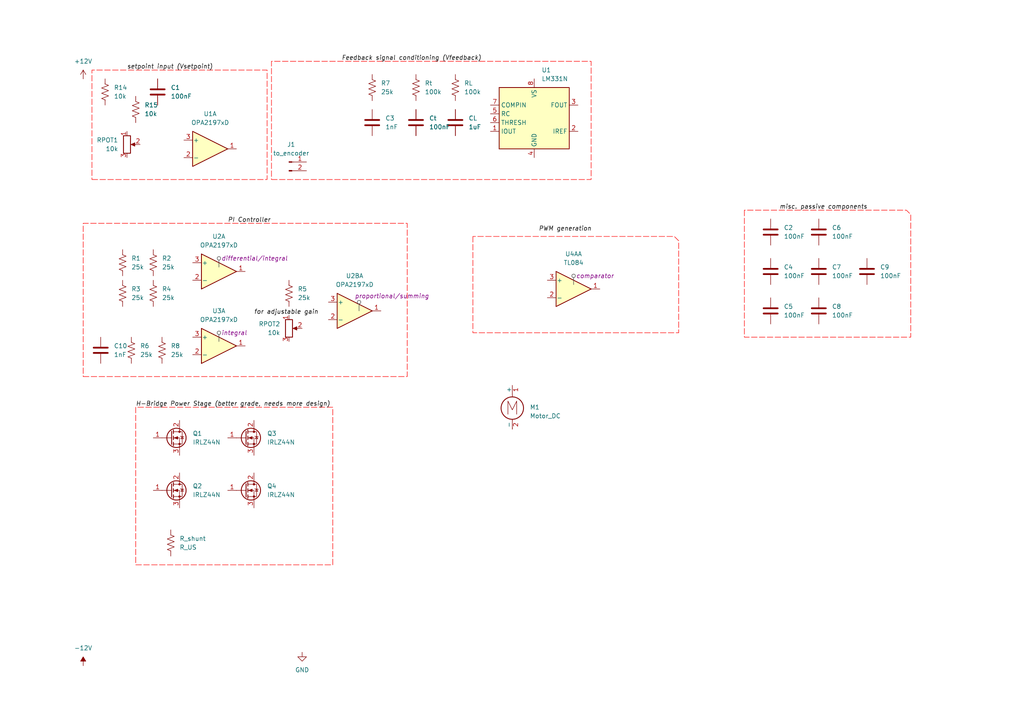
<source format=kicad_sch>
(kicad_sch (version 20250114) (generator "eeschema") (generator_version "9.0")
  (paper "A4")
  (title_block (title "Analog Cruise Control System for DC Motor Applications") (date "2025-09-09") (rev "1.0") (company "Derek Stoddard, Swaroop Handral") (comment 2 "Components placed by functional block, not to be built"))
  (lib_symbols
    (symbol "74xx:74HC86" (pin_names (offset 1.016))
      (property "Reference" "U" (at 0 1.27 0))
      (property "Value" "74HC86" (at 0 -1.27 0))
      (symbol "74HC86_1_0"
        (pin input line (at -7.62 2.54 0) (length 4.445) (name "~") (number "1"))
        (pin input line (at -7.62 -2.54 0) (length 4.445) (name "~") (number "2"))
        (pin output line (at 7.62 0 180) (length 3.81) (name "~") (number "3"))
      )
      (symbol "74HC86_2_0"
        (pin input line (at -7.62 2.54 0) (length 4.445) (name "~") (number "4"))
        (pin input line (at -7.62 -2.54 0) (length 4.445) (name "~") (number "5"))
        (pin output line (at 7.62 0 180) (length 3.81) (name "~") (number "6"))
      )
      (symbol "74HC86_3_0"
        (pin input line (at -7.62 2.54 0) (length 4.445) (name "~") (number "9"))
        (pin input line (at -7.62 -2.54 0) (length 4.445) (name "~") (number "10"))
        (pin output line (at 7.62 0 180) (length 3.81) (name "~") (number "8"))
      )
      (symbol "74HC86_4_0"
        (pin input line (at -7.62 2.54 0) (length 4.445) (name "~") (number "12"))
        (pin input line (at -7.62 -2.54 0) (length 4.445) (name "~") (number "13"))
        (pin output line (at 7.62 0 180) (length 3.81) (name "~") (number "11"))
      )
      (symbol "74HC86_5_0"
        (pin power_in line (at 0 12.7 270) (length 5.08) (name "VCC") (number "14"))
        (pin power_in line (at 0 -12.7 90) (length 5.08) (name "GND") (number "7"))
      )
    )
    (symbol "Amplifier_Operational:OPA2197xD" (pin_names (offset 0.127))
      (property "Reference" "U" (at 2.54 6.35 0))
      (property "Value" "OPA2197xD" (at 2.54 3.81 0))
      (symbol "OPA2197xD_1_1"
        (pin input line (at -7.62 2.54 0) (length 2.54) (name "+") (number "3"))
        (pin input line (at -7.62 -2.54 0) (length 2.54) (name "-") (number "2"))
        (pin output line (at 7.62 0 180) (length 2.54) (name "~") (number "1"))
      )
      (symbol "OPA2197xD_2_1"
        (pin input line (at -7.62 2.54 0) (length 2.54) (name "+") (number "5"))
        (pin input line (at -7.62 -2.54 0) (length 2.54) (name "-") (number "6"))
        (pin output line (at 7.62 0 180) (length 2.54) (name "~") (number "7"))
      )
      (symbol "OPA2197xD_3_1"
        (pin power_in line (at 0 7.62 270) (length 3.81) (name "V+") (number "8"))
        (pin power_in line (at 0 -7.62 90) (length 3.81) (name "V-") (number "4"))
      )
    )
    (symbol "Amplifier_Operational:TL084" (pin_names (offset 0.127))
      (property "Reference" "U" (at 0 5.08 0))
      (property "Value" "TL084" (at 0 -5.08 0))
      (symbol "TL084_1_1"
        (pin input line (at -7.62 2.54 0) (length 2.54) (name "+") (number "3"))
        (pin input line (at -7.62 -2.54 0) (length 2.54) (name "-") (number "2"))
        (pin output line (at 7.62 0 180) (length 2.54) (name "~") (number "1"))
      )
      (symbol "TL084_2_1"
        (pin input line (at -7.62 2.54 0) (length 2.54) (name "+") (number "5"))
        (pin input line (at -7.62 -2.54 0) (length 2.54) (name "-") (number "6"))
        (pin output line (at 7.62 0 180) (length 2.54) (name "~") (number "7"))
      )
      (symbol "TL084_3_1"
        (pin input line (at -7.62 2.54 0) (length 2.54) (name "+") (number "10"))
        (pin input line (at -7.62 -2.54 0) (length 2.54) (name "-") (number "9"))
        (pin output line (at 7.62 0 180) (length 2.54) (name "~") (number "8"))
      )
      (symbol "TL084_4_1"
        (pin input line (at -7.62 2.54 0) (length 2.54) (name "+") (number "12"))
        (pin input line (at -7.62 -2.54 0) (length 2.54) (name "-") (number "13"))
        (pin output line (at 7.62 0 180) (length 2.54) (name "~") (number "14"))
      )
      (symbol "TL084_5_1"
        (pin power_in line (at -2.54 7.62 270) (length 3.81) (name "V+") (number "4"))
        (pin power_in line (at -2.54 -7.62 90) (length 3.81) (name "V-") (number "11"))
      )
    )
    (symbol "Analog:LM331N"
      (property "Reference" "U" (at -9.144 12.192 0))
      (property "Value" "LM331N" (at 6.096 12.192 0))
      (symbol "LM331N_1_1"
        (pin input line (at -12.7 5.08 0) (length 2.54) (name "COMPIN") (number "7"))
        (pin input line (at -12.7 2.54 0) (length 2.54) (name "RC") (number "5"))
        (pin input line (at -12.7 0 0) (length 2.54) (name "THRESH") (number "6"))
        (pin output line (at -12.7 -2.54 0) (length 2.54) (name "IOUT") (number "1"))
        (pin power_in line (at 0 12.7 270) (length 2.54) (name "VS") (number "8"))
        (pin power_in line (at 0 -10.16 90) (length 2.54) (name "GND") (number "4"))
        (pin open_collector line (at 12.7 5.08 180) (length 2.54) (name "FOUT") (number "3"))
        (pin output line (at 12.7 -2.54 180) (length 2.54) (name "IREF") (number "2"))
      )
    )
    (symbol "Comparator:LM393" (pin_names (offset 0.127))
      (property "Reference" "U" (at 3.81 3.81 0))
      (property "Value" "LM393" (at 6.35 -3.81 0))
      (symbol "LM393_1_1"
        (pin input line (at -7.62 2.54 0) (length 2.54) (name "+") (number "3"))
        (pin input line (at -7.62 -2.54 0) (length 2.54) (name "-") (number "2"))
        (pin open_collector line (at 7.62 0 180) (length 2.54) (name "~") (number "1"))
      )
      (symbol "LM393_2_1"
        (pin input line (at -7.62 2.54 0) (length 2.54) (name "+") (number "5"))
        (pin input line (at -7.62 -2.54 0) (length 2.54) (name "-") (number "6"))
        (pin open_collector line (at 7.62 0 180) (length 2.54) (name "~") (number "7"))
      )
      (symbol "LM393_3_1"
        (pin power_in line (at -2.54 7.62 270) (length 3.81) (name "V+") (number "8"))
        (pin power_in line (at -2.54 -7.62 90) (length 3.81) (name "V-") (number "4"))
      )
    )
    (symbol "Connector:Conn_01x02_Pin" (pin_names (offset 1.016) (hide yes))
      (property "Reference" "J" (at 0 2.54 0))
      (property "Value" "Conn_01x02_Pin" (at 0 -5.08 0))
      (symbol "Conn_01x02_Pin_1_1"
        (pin passive line (at 5.08 0 180) (length 3.81) (name "Pin_1") (number "1"))
        (pin passive line (at 5.08 -2.54 180) (length 3.81) (name "Pin_2") (number "2"))
      )
    )
    (symbol "Connector:Conn_01x04_Pin" (pin_names (offset 1.016) (hide yes))
      (property "Reference" "J" (at 0 5.08 0))
      (property "Value" "Conn_01x04_Pin" (at 0 -7.62 0))
      (symbol "Conn_01x04_Pin_1_1"
        (pin passive line (at 5.08 2.54 180) (length 3.81) (name "Pin_1") (number "1"))
        (pin passive line (at 5.08 0 180) (length 3.81) (name "Pin_2") (number "2"))
        (pin passive line (at 5.08 -2.54 180) (length 3.81) (name "Pin_3") (number "3"))
        (pin passive line (at 5.08 -5.08 180) (length 3.81) (name "Pin_4") (number "4"))
      )
    )
    (symbol "Device:C" (pin_numbers (hide yes)) (pin_names (offset 0.254))
      (property "Reference" "C" (at 0.635 2.54 0))
      (property "Value" "C" (at 0.635 -2.54 0))
      (symbol "C_1_1"
        (pin passive line (at 0 3.81 270) (length 2.794) (name "~") (number "1"))
        (pin passive line (at 0 -3.81 90) (length 2.794) (name "~") (number "2"))
      )
    )
    (symbol "Device:C_Small" (pin_numbers (hide yes)) (pin_names (offset 0.254) (hide yes))
      (property "Reference" "C" (at 0.254 1.778 0))
      (property "Value" "C_Small" (at 0.254 -2.032 0))
      (symbol "C_Small_1_1"
        (pin passive line (at 0 2.54 270) (length 2.032) (name "~") (number "1"))
        (pin passive line (at 0 -2.54 90) (length 2.032) (name "~") (number "2"))
      )
    )
    (symbol "Device:R_Potentiometer" (pin_names (offset 1.016) (hide yes))
      (property "Reference" "RV" (at -4.445 0 90))
      (property "Value" "R_Potentiometer" (at -2.54 0 90))
      (symbol "R_Potentiometer_1_1"
        (pin passive line (at 0 3.81 270) (length 1.27) (name "1") (number "1"))
        (pin passive line (at 0 -3.81 90) (length 1.27) (name "3") (number "3"))
        (pin passive line (at 3.81 0 180) (length 1.27) (name "2") (number "2"))
      )
    )
    (symbol "Device:R_Small_US" (pin_numbers (hide yes)) (pin_names (offset 0.254) (hide yes))
      (property "Reference" "R" (at 0.762 0.508 0))
      (property "Value" "R_Small_US" (at 0.762 -1.016 0))
      (symbol "R_Small_US_1_1"
        (pin passive line (at 0 2.54 270) (length 1.016) (name "~") (number "1"))
        (pin passive line (at 0 -2.54 90) (length 1.016) (name "~") (number "2"))
      )
    )
    (symbol "Device:R_US" (pin_numbers (hide yes)) (pin_names (offset 0))
      (property "Reference" "R" (at 2.54 0 90))
      (property "Value" "R_US" (at -2.54 0 90))
      (symbol "R_US_1_1"
        (pin passive line (at 0 3.81 270) (length 1.27) (name "~") (number "1"))
        (pin passive line (at 0 -3.81 90) (length 1.27) (name "~") (number "2"))
      )
    )
    (symbol "Motor:Motor_DC" (pin_names (offset 0))
      (property "Reference" "M" (at 2.54 2.54 0))
      (property "Value" "Motor_DC" (at 2.54 -5.08 0))
      (symbol "Motor_DC_1_1"
        (pin passive line (at 0 5.08 270) (length 2.54) (name "+") (number "1"))
        (pin passive line (at 0 -7.62 90) (length 2.54) (name "-") (number "2"))
      )
    )
    (symbol "Transistor_FET:IRLZ44N" (pin_names (hide yes))
      (property "Reference" "Q" (at 5.08 1.905 0))
      (property "Value" "IRLZ44N" (at 5.08 0 0))
      (symbol "IRLZ44N_1_1"
        (pin input line (at -5.08 0 0) (length 2.54) (name "G") (number "1"))
        (pin passive line (at 2.54 5.08 270) (length 2.54) (name "D") (number "2"))
        (pin passive line (at 2.54 -5.08 90) (length 2.54) (name "S") (number "3"))
      )
    )
    (symbol "power:+12V" (power) (pin_numbers (hide yes)) (pin_names (offset 0) (hide yes))
      (property "Value" "+12V" (at 0 3.556 0))
      (symbol "+12V_1_1"
        (pin power_in line (at 0 0 90) (length 0) (name "~") (number "1"))
      )
    )
    (symbol "power:-12V" (power) (pin_numbers (hide yes)) (pin_names (offset 0) (hide yes))
      (property "Value" "-12V" (at 0 3.556 0))
      (symbol "-12V_0_0"
        (pin power_in line (at 0 0 90) (length 0) (name "~") (number "1"))
      )
    )
    (symbol "power:GND" (power) (pin_numbers (hide yes)) (pin_names (offset 0) (hide yes))
      (property "Value" "GND" (at 0 -3.81 0))
      (symbol "GND_1_1"
        (pin power_in line (at 0 0 270) (length 0) (name "~") (number "1"))
      )
    )
  )
  (junction (at 139.7 273.05))
  (junction (at 85.09 264.16))
  (junction (at 132.08 290.83))
  (junction (at 173.99 306.07))
  (junction (at 143.51 311.15))
  (junction (at 29.21 250.19))
  (junction (at 29.21 270.51))
  (junction (at 204.47 285.75))
  (junction (at 154.94 303.53))
  (junction (at 142.24 321.31))
  (junction (at 189.23 299.72))
  (junction (at 187.96 275.59))
  (junction (at 113.03 270.51))
  (junction (at 198.12 254))
  (junction (at 189.23 281.94))
  (junction (at 149.86 275.59))
  (junction (at 189.23 284.48))
  (junction (at 142.24 311.15))
  (junction (at 220.98 292.1))
  (junction (at 154.94 297.18))
  (junction (at 207.01 298.45))
  (no_connect (at 220.98 344.17))
  (no_connect (at 204.47 278.13))
  (no_connect (at 220.98 317.5))
  (no_connect (at 113.03 281.94))
  (no_connect (at 154.94 344.17))
  (no_connect (at 189.23 317.5))
  (no_connect (at 149.86 273.05))
  (no_connect (at 189.23 344.17))
  (no_connect (at 198.12 278.13))
  (no_connect (at 198.12 317.5))
  (no_connect (at 134.62 311.15))
  (no_connect (at 134.62 290.83))
  (no_connect (at 134.62 281.94))
  (no_connect (at 207.01 344.17))
  (no_connect (at 144.78 297.18))
  (no_connect (at 29.21 344.17))
  (no_connect (at 207.01 317.5))
  (no_connect (at 134.62 302.26))
  (no_connect (at 198.12 275.59))
  (no_connect (at 134.62 321.31))
  (no_connect (at 134.62 344.17))
  (no_connect (at 198.12 344.17))
  (bus_entry (at 26.67 224.79) (size 2.54 2.54))
  (bus_entry (at 204.47 355.6) (size 2.54 -2.54))
  (bus_entry (at 195.58 355.6) (size 2.54 -2.54))
  (bus_entry (at 137.16 224.79) (size 2.54 2.54))
  (bus_entry (at 218.44 355.6) (size 2.54 -2.54))
  (bus_entry (at 147.32 224.79) (size 2.54 2.54))
  (bus_entry (at 195.58 224.79) (size 2.54 2.54))
  (bus_entry (at 186.69 355.6) (size 2.54 -2.54))
  (bus_entry (at 185.42 224.79) (size 2.54 2.54))
  (bus_entry (at 132.08 224.79) (size 2.54 2.54))
  (bus_entry (at 152.4 355.6) (size 2.54 -2.54))
  (bus_entry (at 26.67 355.6) (size 2.54 -2.54))
  (bus_entry (at 218.44 224.79) (size 2.54 2.54))
  (bus_entry (at 132.08 355.6) (size 2.54 -2.54))
  (wire (pts (xy 154.94 308.61) (xy 154.94 353.06)))
  (bus (pts (xy 21.59 355.6) (xy 26.67 355.6)))
  (wire (pts (xy 93.98 269.24) (xy 88.9 269.24)))
  (bus (pts (xy 195.58 355.6) (xy 204.47 355.6)))
  (wire (pts (xy 148.59 304.8) (xy 154.94 304.8)))
  (wire (pts (xy 29.21 264.16) (xy 29.21 270.51)))
  (wire (pts (xy 204.47 273.05) (xy 204.47 285.75)))
  (wire (pts (xy 139.7 273.05) (xy 130.81 273.05)))
  (wire (pts (xy 109.22 293.37) (xy 113.03 293.37)))
  (bus (pts (xy 152.4 355.6) (xy 186.69 355.6)))
  (wire (pts (xy 201.93 298.45) (xy 207.01 298.45)))
  (wire (pts (xy 88.9 269.24) (xy 88.9 281.94)))
  (wire (pts (xy 173.99 317.5) (xy 173.99 306.07)))
  (wire (pts (xy 105.41 270.51) (xy 113.03 270.51)))
  (bus (pts (xy 26.67 355.6) (xy 132.08 355.6)))
  (wire (pts (xy 154.94 304.8) (xy 154.94 303.53)))
  (wire (pts (xy 149.86 320.04) (xy 149.86 321.31)))
  (wire (pts (xy 179.07 294.64) (xy 179.07 299.72)))
  (bus (pts (xy 186.69 355.6) (xy 195.58 355.6)))
  (wire (pts (xy 210.82 289.56) (xy 210.82 285.75)))
  (wire (pts (xy 144.78 294.64) (xy 144.78 302.26)))
  (wire (pts (xy 139.7 262.89) (xy 139.7 273.05)))
  (wire (pts (xy 109.22 302.26) (xy 109.22 293.37)))
  (wire (pts (xy 198.12 248.92) (xy 198.12 254)))
  (wire (pts (xy 207.01 298.45) (xy 207.01 353.06)))
  (wire (pts (xy 110.49 321.31) (xy 110.49 313.69)))
  (wire (pts (xy 53.34 265.43) (xy 53.34 270.51)))
  (wire (pts (xy 220.98 285.75) (xy 220.98 292.1)))
  (bus (pts (xy 21.59 344.17) (xy 269.24 344.17)))
  (wire (pts (xy 139.7 227.33) (xy 139.7 257.81)))
  (bus (pts (xy 137.16 224.79) (xy 147.32 224.79)))
  (wire (pts (xy 105.41 273.05) (xy 105.41 270.51)))
  (bus (pts (xy 147.32 224.79) (xy 185.42 224.79)))
  (wire (pts (xy 208.28 270.51) (xy 208.28 254)))
  (wire (pts (xy 198.12 254) (xy 198.12 256.54)))
  (wire (pts (xy 144.78 302.26) (xy 109.22 302.26)))
  (wire (pts (xy 29.21 270.51) (xy 29.21 353.06)))
  (wire (pts (xy 154.94 303.53) (xy 154.94 297.18)))
  (bus (pts (xy 26.67 224.79) (xy 132.08 224.79)))
  (wire (pts (xy 201.93 289.56) (xy 201.93 285.75)))
  (bus (pts (xy 185.42 224.79) (xy 195.58 224.79)))
  (wire (pts (xy 233.68 278.13) (xy 236.22 278.13)))
  (wire (pts (xy 69.85 266.7) (xy 69.85 273.05)))
  (wire (pts (xy 85.09 273.05) (xy 69.85 273.05)))
  (wire (pts (xy 132.08 290.83) (xy 140.97 290.83)))
  (wire (pts (xy 201.93 285.75) (xy 204.47 285.75)))
  (bus (pts (xy 195.58 224.79) (xy 218.44 224.79)))
  (wire (pts (xy 198.12 227.33) (xy 198.12 243.84)))
  (wire (pts (xy 187.96 262.89) (xy 187.96 275.59)))
  (wire (pts (xy 142.24 312.42) (xy 142.24 311.15)))
  (bus (pts (xy 204.47 355.6) (xy 218.44 355.6)))
  (wire (pts (xy 220.98 292.1) (xy 220.98 353.06)))
  (bus (pts (xy 21.59 224.79) (xy 26.67 224.79)))
  (wire (pts (xy 113.03 266.7) (xy 113.03 270.51)))
  (wire (pts (xy 189.23 278.13) (xy 189.23 281.94)))
  (wire (pts (xy 134.62 278.13) (xy 134.62 353.06)))
  (wire (pts (xy 210.82 294.64) (xy 210.82 298.45)))
  (wire (pts (xy 189.23 281.94) (xy 189.23 284.48)))
  (wire (pts (xy 105.41 278.13) (xy 105.41 308.61)))
  (wire (pts (xy 88.9 281.94) (xy 189.23 281.94)))
  (wire (pts (xy 220.98 227.33) (xy 220.98 262.89)))
  (wire (pts (xy 220.98 292.1) (xy 227.33 292.1)))
  (wire (pts (xy 187.96 227.33) (xy 187.96 257.81)))
  (wire (pts (xy 147.32 297.18) (xy 132.08 297.18)))
  (wire (pts (xy 142.24 321.31) (xy 149.86 321.31)))
  (wire (pts (xy 179.07 299.72) (xy 189.23 299.72)))
  (wire (pts (xy 29.21 243.84) (xy 29.21 250.19)))
  (wire (pts (xy 142.24 321.31) (xy 110.49 321.31)))
  (wire (pts (xy 236.22 292.1) (xy 232.41 292.1)))
  (wire (pts (xy 57.15 261.62) (xy 69.85 261.62)))
  (wire (pts (xy 142.24 317.5) (xy 142.24 321.31)))
  (wire (pts (xy 184.15 275.59) (xy 187.96 275.59)))
  (wire (pts (xy 29.21 227.33) (xy 29.21 236.22)))
  (wire (pts (xy 113.03 270.51) (xy 113.03 271.78)))
  (wire (pts (xy 154.94 297.18) (xy 152.4 297.18)))
  (wire (pts (xy 208.28 254) (xy 198.12 254)))
  (wire (pts (xy 189.23 284.48) (xy 189.23 288.29)))
  (wire (pts (xy 208.28 273.05) (xy 204.47 273.05)))
  (wire (pts (xy 189.23 299.72) (xy 189.23 353.06)))
  (wire (pts (xy 149.86 312.42) (xy 149.86 311.15)))
  (wire (pts (xy 173.99 298.45) (xy 173.99 297.18)))
  (bus (pts (xy 132.08 355.6) (xy 152.4 355.6)))
  (wire (pts (xy 134.62 227.33) (xy 134.62 270.51)))
  (wire (pts (xy 53.34 257.81) (xy 53.34 250.19)))
  (wire (pts (xy 179.07 284.48) (xy 189.23 284.48)))
  (wire (pts (xy 142.24 311.15) (xy 143.51 311.15)))
  (wire (pts (xy 149.86 227.33) (xy 149.86 257.81)))
  (bus (pts (xy 132.08 224.79) (xy 137.16 224.79)))
  (wire (pts (xy 189.23 295.91) (xy 189.23 299.72)))
  (wire (pts (xy 143.51 311.15) (xy 149.86 311.15)))
  (wire (pts (xy 198.12 261.62) (xy 198.12 353.06)))
  (wire (pts (xy 207.01 298.45) (xy 210.82 298.45)))
  (wire (pts (xy 139.7 273.05) (xy 156.21 273.05)))
  (wire (pts (xy 187.96 275.59) (xy 208.28 275.59)))
  (bus (pts (xy 218.44 224.79) (xy 269.24 224.79)))
  (wire (pts (xy 201.93 294.64) (xy 201.93 298.45)))
  (wire (pts (xy 173.99 303.53) (xy 173.99 306.07)))
  (wire (pts (xy 132.08 297.18) (xy 132.08 290.83)))
  (wire (pts (xy 179.07 289.56) (xy 179.07 284.48)))
  (wire (pts (xy 171.45 275.59) (xy 179.07 275.59)))
  (wire (pts (xy 204.47 285.75) (xy 210.82 285.75)))
  (wire (pts (xy 85.09 264.16) (xy 85.09 273.05)))
  (wire (pts (xy 149.86 275.59) (xy 149.86 262.89)))
  (wire (pts (xy 53.34 270.51) (xy 29.21 270.51)))
  (wire (pts (xy 113.03 308.61) (xy 105.41 308.61)))
  (wire (pts (xy 113.03 276.86) (xy 113.03 288.29)))
  (wire (pts (xy 236.22 278.13) (xy 236.22 292.1)))
  (wire (pts (xy 208.28 278.13) (xy 189.23 278.13)))
  (wire (pts (xy 29.21 250.19) (xy 29.21 256.54)))
  (wire (pts (xy 130.81 278.13) (xy 134.62 278.13)))
  (wire (pts (xy 109.22 266.7) (xy 113.03 266.7)))
  (wire (pts (xy 53.34 250.19) (xy 29.21 250.19)))
  (wire (pts (xy 149.86 275.59) (xy 149.86 278.13)))
  (wire (pts (xy 149.86 278.13) (xy 156.21 278.13)))
  (wire (pts (xy 170.18 306.07) (xy 173.99 306.07)))
  (bus (pts (xy 218.44 355.6) (xy 269.24 355.6)))
  (wire (pts (xy 154.94 297.18) (xy 173.99 297.18)))
  (wire (pts (xy 231.14 317.5) (xy 173.99 317.5)))
  (wire (pts (xy 142.24 311.15) (xy 128.27 311.15)))
  (wire (pts (xy 110.49 313.69) (xy 113.03 313.69)))
  (wire (pts (xy 85.09 264.16) (xy 93.98 264.16)))
  (wire (pts (xy 143.51 304.8) (xy 143.51 311.15)))
  (wire (pts (xy 128.27 290.83) (xy 132.08 290.83)))
  (wire (pts (xy 130.81 270.51) (xy 134.62 270.51)))
  (wire (pts (xy 130.81 275.59) (xy 149.86 275.59)))
  (label "Feedback signal conditioning (Vfeedback)" (at 99.06 17.78 0) (effects (font (italic yes))))
  (label "misc. passive components" (at 226.06 60.96 0) (effects (font (italic yes))))
  (label "setpoint input (Vsetpoint)" (at 36.83 20.32 0) (effects (font (italic yes))))
  (label "PWM generation" (at 156.21 67.31 0) (effects (font (italic yes))))
  (label "for adjustable gain" (at 73.66 91.44 0) (effects (font (italic yes))))
  (label "PI Controller" (at 66.04 64.77 0) (effects (font (italic yes))))
  (label "H-Bridge Power Stage (better grade, needs more design)" (at 39.37 118.11 0) (effects (font (italic yes))))
  (rule_area (polyline (pts (xy 26.67 52.07) (xy 77.47 52.07) (xy 77.47 20.32) (xy 26.67 20.32)) (stroke (width 0) (type dash))))
  (rule_area (polyline (pts (xy 24.13 109.22) (xy 118.11 109.22) (xy 118.11 64.77) (xy 24.13 64.77)) (stroke (width 0) (type dash))))
  (rule_area (polyline (pts (xy 39.37 118.11) (xy 39.37 163.83) (xy 96.52 163.83) (xy 96.52 118.11)) (stroke (width 0) (type dash))))
  (rule_area (polyline (pts (xy 78.74 52.07) (xy 171.45 52.07) (xy 171.45 17.78) (xy 78.74 17.78)) (stroke (width 0) (type dash))))
  (rule_area (polyline (pts (xy 215.9 60.96) (xy 215.9 97.79) (xy 264.16 97.79) (xy 264.16 62.23) (xy 262.89 60.96)) (stroke (width 0) (type dash))))
  (rule_area (polyline (pts (xy 137.16 68.58) (xy 137.16 96.52) (xy 196.85 96.52) (xy 196.85 69.85) (xy 195.58 68.58)) (stroke (width 0) (type dash))))
  (netclass_flag "" (length 2.54) (shape diamond) (at 189.23 281.94 270) (property "Component Class" "V feedback" (at 192.786 281.94 0) (effects (font (italic yes)) (justify left))))
  (netclass_flag "" (length 2.54) (shape diamond) (at 139.7 311.15 0) (property "Component Class" "V int" (at 137.16 306.832 0) (effects (font (italic yes)) (justify left))))
  (netclass_flag "" (length 5.08) (shape diamond) (at 88.9 264.16 0) (property "Component Class" "V setpoint" (at 90.1065 259.08 0) (effects (font (italic yes)) (justify left))))
  (netclass_flag "" (length 2.54) (shape round) (at 104.14 90.17 0) (property "Component Class" "proportional/summing" (at 102.87 85.852 0) (effects (font (italic yes)) (justify left))))
  (netclass_flag "" (length 2.54) (shape round) (at 63.5 77.47 0) (property "Component Class" "differential/integral" (at 64.1985 74.93 0) (effects (font (italic yes)) (justify left))))
  (netclass_flag "" (length 2.54) (shape diamond) (at 173.99 306.07 270) (property "Component Class" "V control" (at 186.182 306.07 0) (effects (font (italic yes)) (justify right))))
  (netclass_flag "" (length 2.54) (shape round) (at 166.37 82.55 0) (property "Component Class" "comparator" (at 167.0685 80.01 0) (effects (font (italic yes)) (justify left))))
  (netclass_flag "" (length 2.54) (shape diamond) (at 132.08 290.83 0) (property "Component Class" "V pro" (at 129.032 286.512 0) (effects (font (italic yes)) (justify left))))
  (netclass_flag "" (length 5.08) (shape diamond) (at 113.03 266.7 270) (property "Component Class" "V error" (at 114.046 264.414 0) (effects (font (italic yes)) (justify left))))
  (netclass_flag "" (length 2.54) (shape round) (at 63.5 99.06 0) (property "Component Class" "integral" (at 64.1985 96.52 0) (effects (font (italic yes)) (justify left))))
  (symbol (lib_id "Device:R_Small_US") (at 255.27 300.99 270) (unit 1)
    (property "Reference" "RS1" (at 255.27 296.672 90))
    (property "Value" "6.8k" (at 255.016 298.958 90))
    (property "Description" "Resistor, small US symbol" (effects (hide yes)))
  )
  (symbol (lib_id "power:GND") (at 87.63 189.23 0) (unit 1)
    (property "Reference" "#PWR03" (effects (hide yes)))
    (property "Value" "GND" (at 87.63 194.31 0))
    (property "Description" "Power symbol creates a global label with name \"GND\" , ground" (effects (hide yes)))
  )
  (symbol (lib_id "Device:C_Small") (at 210.82 292.1 180) (unit 1)
    (property "Reference" "C11" (at 213.36 290.8235 0) (effects (justify right)))
    (property "Value" "10nF" (at 213.36 293.3635 0) (effects (justify right)))
    (property "Description" "Unpolarized capacitor, small symbol" (effects (hide yes)))
  )
  (symbol (lib_id "Device:R_US") (at 44.45 85.09 0) (unit 1)
    (property "Reference" "R4" (at 46.99 83.8199 0) (effects (justify left)))
    (property "Value" "25k" (at 46.99 86.3599 0) (effects (justify left)))
    (property "Description" "Resistor, US symbol" (effects (hide yes)))
  )
  (symbol (lib_id "Device:R_US") (at 132.08 25.4 0) (unit 1)
    (property "Reference" "RL" (at 134.62 24.1299 0) (effects (justify left)))
    (property "Value" "100k" (at 134.62 26.6699 0) (effects (justify left)))
    (property "Description" "Resistor, US symbol" (effects (hide yes)))
  )
  (symbol (lib_id "Device:R_Small_US") (at 146.05 304.8 270) (unit 1)
    (property "Reference" "R22" (at 143.002 303.53 90))
    (property "Value" "10k" (at 149.86 306.07 90))
    (property "Description" "Resistor, small US symbol" (effects (hide yes)))
  )
  (symbol (lib_id "Device:C") (at 237.49 90.17 0) (unit 1)
    (property "Reference" "C8" (at 241.3 88.8999 0) (effects (justify left)))
    (property "Value" "100nF" (at 241.3 91.4399 0) (effects (justify left)))
    (property "Description" "Unpolarized capacitor" (effects (hide yes)))
  )
  (symbol (lib_id "Device:C") (at 107.95 35.56 0) (unit 1)
    (property "Reference" "C3" (at 111.76 34.2899 0) (effects (justify left)))
    (property "Value" "1nF" (at 111.76 36.8299 0) (effects (justify left)))
    (property "Description" "Unpolarized capacitor" (effects (hide yes)))
  )
  (symbol (lib_id "Amplifier_Operational:OPA2197xD") (at 120.65 290.83 0) (mirror x) (unit 1)
    (property "Reference" "U8" (at 126.746 298.45 0))
    (property "Value" "OPA2197xD" (at 126.746 295.91 0))
    (property "Footprint" "Package_SO:SOIC-8_3.9x4.9mm_P1.27mm" (effects (hide yes)))
    (property "Datasheet" "http://www.ti.com/lit/ds/symlink/opa2197.pdf" (effects (hide yes)))
    (property "Description" "Dual 36V, Precision, Rail-to-Rail Input/Output, Low Offset Voltage, Operational Amplifier, SOIC-8" (effects (hide yes)))
  )
  (symbol (lib_id "Device:R_US") (at 107.95 25.4 0) (unit 1)
    (property "Reference" "R7" (at 110.49 24.1299 0) (effects (justify left)))
    (property "Value" "25k" (at 110.49 26.6699 0) (effects (justify left)))
    (property "Description" "Resistor, US symbol" (effects (hide yes)))
  )
  (symbol (lib_id "Device:C_Small") (at 179.07 292.1 0) (unit 1)
    (property "Reference" "CL" (at 172.466 290.83 0) (effects (justify left)))
    (property "Value" "1uF" (at 172.466 293.37 0) (effects (justify left)))
    (property "Description" "Unpolarized capacitor, small symbol" (effects (hide yes)))
  )
  (symbol (lib_id "Device:C_Small") (at 181.61 275.59 90) (unit 1)
    (property "Reference" "C12" (at 181.6163 269.24 90))
    (property "Value" "100nF" (at 181.6163 271.78 90))
    (property "Description" "Unpolarized capacitor, small symbol" (effects (hide yes)))
  )
  (symbol (lib_id "Motor:Motor_DC") (at 148.59 116.84 0) (unit 1)
    (property "Reference" "M1" (at 153.67 118.1099 0) (effects (justify left)))
    (property "Value" "Motor_DC" (at 153.67 120.6499 0) (effects (justify left)))
    (property "Description" "DC Motor" (effects (hide yes)))
  )
  (symbol (lib_id "Analog:LM331N") (at 220.98 275.59 0) (unit 1)
    (property "Reference" "U5" (at 223.1233 260.35 0) (effects (justify left)))
    (property "Value" "LM331N" (at 223.1233 262.89 0) (effects (justify left)))
    (property "Footprint" "Package_DIP:DIP-8_W7.62mm" (effects (hide yes)))
    (property "Datasheet" "https://www.ti.com/lit/gpn/lm331" (effects (hide yes)))
    (property "Description" "Precision Voltage-to-Frequency Converter, 1 Hz - 100 kHz, 0.9..1.1 kHz/V Gain, PDIP-8" (effects (hide yes)))
  )
  (symbol (lib_id "Device:R_Small_US") (at 229.87 292.1 270) (unit 1)
    (property "Reference" "RS" (at 229.87 287.782 90))
    (property "Value" "6.8k" (at 229.616 290.068 90))
    (property "Description" "Resistor, small US symbol" (effects (hide yes)))
  )
  (symbol (lib_id "Device:R_Potentiometer") (at 36.83 41.91 0) (unit 1)
    (property "Reference" "RPOT1" (at 34.29 40.6399 0) (effects (justify right)))
    (property "Value" "10k" (at 34.29 43.1799 0) (effects (justify right)))
    (property "Description" "Potentiometer" (effects (hide yes)))
  )
  (symbol (lib_id "Device:R_US") (at 189.23 292.1 0) (unit 1)
    (property "Reference" "RL" (at 191.77 290.8299 0) (effects (justify left)))
    (property "Value" "100k" (at 191.77 293.3699 0) (effects (justify left)))
    (property "Description" "Resistor, US symbol" (effects (hide yes)))
  )
  (symbol (lib_id "Device:R_Small_US") (at 113.03 274.32 180) (unit 1)
    (property "Reference" "R19" (at 116.078 272.796 0))
    (property "Value" "100k" (at 116.332 274.32 0))
    (property "Description" "Resistor, small US symbol" (effects (hide yes)))
  )
  (symbol (lib_id "Amplifier_Operational:OPA2197xD") (at 275.59 298.45 0) (mirror x) (unit 1)
    (property "Reference" "U12" (at 281.686 306.07 0))
    (property "Value" "OPA2197xD" (at 281.686 303.53 0))
    (property "Footprint" "Package_SO:SOIC-8_3.9x4.9mm_P1.27mm" (effects (hide yes)))
    (property "Datasheet" "http://www.ti.com/lit/ds/symlink/opa2197.pdf" (effects (hide yes)))
    (property "Description" "Dual 36V, Precision, Rail-to-Rail Input/Output, Low Offset Voltage, Operational Amplifier, SOIC-8" (effects (hide yes)))
  )
  (symbol (lib_id "Amplifier_Operational:OPA2197xD") (at 102.87 90.17 0) (unit 1)
    (property "Reference" "U2B" (at 102.87 80.01 0))
    (property "Value" "OPA2197xD" (at 102.87 82.55 0))
    (property "Footprint" "Package_SO:SOIC-8_3.9x4.9mm_P1.27mm" (effects (hide yes)))
    (property "Datasheet" "http://www.ti.com/lit/ds/symlink/opa2197.pdf" (effects (hide yes)))
    (property "Description" "Dual 36V, Precision, Rail-to-Rail Input/Output, Low Offset Voltage, Operational Amplifier, SOIC-8" (effects (hide yes)))
  )
  (symbol (lib_id "Transistor_FET:IRLZ44N") (at 71.12 127 0) (unit 1)
    (property "Reference" "Q3" (at 77.47 125.7299 0) (effects (justify left)))
    (property "Value" "IRLZ44N" (at 77.47 128.2699 0) (effects (justify left)))
    (property "Footprint" "Package_TO_SOT_THT:TO-220-3_Vertical" (effects (hide yes)))
    (property "Datasheet" "http://www.irf.com/product-info/datasheets/data/irlz44n.pdf" (effects (hide yes)))
    (property "Description" "47A Id, 55V Vds, 22mOhm Rds Single N-Channel HEXFET Power MOSFET, TO-220AB" (effects (hide yes)))
  )
  (symbol (lib_id "power:+12V") (at 24.13 22.86 0) (unit 1)
    (property "Reference" "VCC" (effects (hide yes)))
    (property "Value" "+12V" (at 24.13 17.78 0))
    (property "Description" "Power symbol creates a global label with name \"+12V\"" (effects (hide yes)))
  )
  (symbol (lib_id "Device:R_US") (at 29.21 260.35 0) (unit 1)
    (property "Reference" "R13" (at 31.75 259.0799 0) (effects (justify left)))
    (property "Value" "10k" (at 31.75 261.6199 0) (effects (justify left)))
    (property "Description" "Resistor, US symbol" (effects (hide yes)))
  )
  (symbol (lib_id "74xx:74HC86") (at 163.83 275.59 0) (unit 1)
    (property "Reference" "U6" (at 163.5252 266.7 0))
    (property "Value" "74HC86" (at 163.5252 269.24 0))
    (property "Datasheet" "http://www.ti.com/lit/gpn/sn74HC86" (effects (hide yes)))
    (property "Description" "Quad 2-input XOR" (effects (hide yes)))
  )
  (symbol (lib_id "Device:R_Small_US") (at 271.78 311.15 270) (unit 1)
    (property "Reference" "RS3" (at 271.78 306.832 90))
    (property "Value" "6.8k" (at 271.526 309.118 90))
    (property "Description" "Resistor, small US symbol" (effects (hide yes)))
  )
  (symbol (lib_id "Device:C_Small") (at 142.24 314.96 0) (unit 1)
    (property "Reference" "CL1" (at 135.636 313.69 0) (effects (justify left)))
    (property "Value" "1uF" (at 135.636 316.23 0) (effects (justify left)))
    (property "Description" "Unpolarized capacitor, small symbol" (effects (hide yes)))
  )
  (symbol (lib_id "Device:R_US") (at 38.1 101.6 0) (unit 1)
    (property "Reference" "R6" (at 40.64 100.3299 0) (effects (justify left)))
    (property "Value" "25k" (at 40.64 102.8699 0) (effects (justify left)))
    (property "Description" "Resistor, US symbol" (effects (hide yes)))
  )
  (symbol (lib_id "Device:C") (at 132.08 35.56 0) (unit 1)
    (property "Reference" "CL" (at 135.89 34.2899 0) (effects (justify left)))
    (property "Value" "1uF" (at 135.89 36.8299 0) (effects (justify left)))
    (property "Description" "Unpolarized capacitor" (effects (hide yes)))
  )
  (symbol (lib_id "Device:R_Small_US") (at 198.12 246.38 180) (unit 1)
    (property "Reference" "R17" (at 201.168 244.856 0))
    (property "Value" "10k" (at 201.422 246.38 0))
    (property "Description" "Resistor, small US symbol" (effects (hide yes)))
  )
  (symbol (lib_id "Device:C") (at 29.21 101.6 0) (unit 1)
    (property "Reference" "C10" (at 33.02 100.3299 0) (effects (justify left)))
    (property "Value" "1nF" (at 33.02 102.8699 0) (effects (justify left)))
    (property "Description" "Unpolarized capacitor" (effects (hide yes)))
  )
  (symbol (lib_id "power:-12V") (at 24.13 193.04 0) (unit 1)
    (property "Reference" "VEE" (effects (hide yes)))
    (property "Value" "-12V" (at 24.13 187.96 0))
    (property "Description" "Power symbol creates a global label with name \"-12V\"" (effects (hide yes)))
  )
  (symbol (lib_id "Amplifier_Operational:OPA2197xD") (at 63.5 100.33 0) (unit 1)
    (property "Reference" "U3" (at 63.5 90.17 0))
    (property "Value" "OPA2197xD" (at 63.5 92.71 0))
    (property "Footprint" "Package_SO:SOIC-8_3.9x4.9mm_P1.27mm" (effects (hide yes)))
    (property "Datasheet" "http://www.ti.com/lit/ds/symlink/opa2197.pdf" (effects (hide yes)))
    (property "Description" "Dual 36V, Precision, Rail-to-Rail Input/Output, Low Offset Voltage, Operational Amplifier, SOIC-8" (effects (hide yes)))
  )
  (symbol (lib_id "Device:C") (at 223.52 67.31 0) (unit 1)
    (property "Reference" "C2" (at 227.33 66.0399 0) (effects (justify left)))
    (property "Value" "100nF" (at 227.33 68.5799 0) (effects (justify left)))
    (property "Description" "Unpolarized capacitor" (effects (hide yes)))
  )
  (symbol (lib_id "Connector:Conn_01x02_Pin") (at 83.82 46.99 0) (unit 1)
    (property "Reference" "J1" (at 84.455 41.91 0))
    (property "Value" "to_encoder" (at 84.455 44.45 0))
    (property "Description" "Generic connector, single row, 01x02, script generated" (effects (hide yes)))
  )
  (symbol (lib_id "Comparator:LM393") (at 238.76 320.04 0) (unit 1)
    (property "Reference" "U11" (at 241.554 312.674 0))
    (property "Value" "LM393" (at 241.554 315.214 0))
    (property "Datasheet" "http://www.ti.com/lit/ds/symlink/lm393.pdf" (effects (hide yes)))
    (property "Description" "Low-Power, Low-Offset Voltage, Dual Comparators, DIP-8/SOIC-8/TO-99-8" (effects (hide yes)))
  )
  (symbol (lib_id "Connector:Conn_01x04_Pin") (at 125.73 273.05 0) (unit 1)
    (property "Reference" "J3" (at 126.365 265.43 0))
    (property "Value" "from_encoder" (at 126.365 267.97 0))
    (property "Description" "Generic connector, single row, 01x04, script generated" (effects (hide yes)))
  )
  (symbol (lib_id "Amplifier_Operational:OPA2197xD") (at 162.56 306.07 0) (mirror x) (unit 1)
    (property "Reference" "U10" (at 162.814 315.214 0))
    (property "Value" "OPA2197xD" (at 162.814 312.674 0))
    (property "Footprint" "Package_SO:SOIC-8_3.9x4.9mm_P1.27mm" (effects (hide yes)))
    (property "Datasheet" "http://www.ti.com/lit/ds/symlink/opa2197.pdf" (effects (hide yes)))
    (property "Description" "Dual 36V, Precision, Rail-to-Rail Input/Output, Low Offset Voltage, Operational Amplifier, SOIC-8" (effects (hide yes)))
  )
  (symbol (lib_id "Device:R_US") (at 83.82 85.09 0) (unit 1)
    (property "Reference" "R5" (at 86.36 83.8199 0) (effects (justify left)))
    (property "Value" "25k" (at 86.36 86.3599 0) (effects (justify left)))
    (property "Description" "Resistor, US symbol" (effects (hide yes)))
  )
  (symbol (lib_id "Device:C") (at 237.49 78.74 0) (unit 1)
    (property "Reference" "C7" (at 241.3 77.4699 0) (effects (justify left)))
    (property "Value" "100nF" (at 241.3 80.0099 0) (effects (justify left)))
    (property "Description" "Unpolarized capacitor" (effects (hide yes)))
  )
  (symbol (lib_id "Device:R_US") (at 39.37 31.75 0) (unit 1)
    (property "Reference" "R15" (at 41.91 30.4799 0) (effects (justify left)))
    (property "Value" "10k" (at 41.91 33.0199 0) (effects (justify left)))
    (property "Description" "Resistor, US symbol" (effects (hide yes)))
  )
  (symbol (lib_id "Device:R_Small_US") (at 264.16 314.96 0) (unit 1)
    (property "Reference" "RS2" (at 259.842 314.96 90))
    (property "Value" "6.8k" (at 262.128 315.214 90))
    (property "Description" "Resistor, small US symbol" (effects (hide yes)))
  )
  (symbol (lib_id "power:+12V") (at 21.59 224.79 0) (unit 1)
    (property "Reference" "#PWR02" (effects (hide yes)))
    (property "Value" "+12V" (at 21.59 219.71 0))
    (property "Description" "Power symbol creates a global label with name \"+12V\"" (effects (hide yes)))
  )
  (symbol (lib_id "Device:C") (at 45.72 26.67 0) (unit 1)
    (property "Reference" "C1" (at 49.53 25.3999 0) (effects (justify left)))
    (property "Value" "100nF" (at 49.53 27.9399 0) (effects (justify left)))
    (property "Description" "Unpolarized capacitor" (effects (hide yes)))
  )
  (symbol (lib_id "Device:R_US") (at 30.48 26.67 0) (unit 1)
    (property "Reference" "R14" (at 33.02 25.3999 0) (effects (justify left)))
    (property "Value" "10k" (at 33.02 27.9399 0) (effects (justify left)))
    (property "Description" "Resistor, US symbol" (effects (hide yes)))
  )
  (symbol (lib_id "Amplifier_Operational:OPA2197xD") (at 77.47 264.16 0) (unit 1)
    (property "Reference" "U4" (at 77.47 254 0))
    (property "Value" "OPA2197xD" (at 77.47 256.54 0))
    (property "Footprint" "Package_SO:SOIC-8_3.9x4.9mm_P1.27mm" (effects (hide yes)))
    (property "Datasheet" "http://www.ti.com/lit/ds/symlink/opa2197.pdf" (effects (hide yes)))
    (property "Description" "Dual 36V, Precision, Rail-to-Rail Input/Output, Low Offset Voltage, Operational Amplifier, SOIC-8" (effects (hide yes)))
  )
  (symbol (lib_id "Device:R_US") (at 46.99 101.6 0) (unit 1)
    (property "Reference" "R8" (at 49.53 100.3299 0) (effects (justify left)))
    (property "Value" "25k" (at 49.53 102.8699 0) (effects (justify left)))
    (property "Description" "Resistor, US symbol" (effects (hide yes)))
  )
  (symbol (lib_id "Device:R_US") (at 149.86 316.23 0) (unit 1)
    (property "Reference" "RL1" (at 152.4 314.9599 0) (effects (justify left)))
    (property "Value" "1M" (at 152.4 317.4999 0) (effects (justify left)))
    (property "Description" "Resistor, US symbol" (effects (hide yes)))
  )
  (symbol (lib_id "power:GND") (at 21.59 355.6 0) (unit 1)
    (property "Reference" "#PWR05" (effects (hide yes)))
    (property "Value" "GND" (at 21.59 360.68 0))
    (property "Description" "Power symbol creates a global label with name \"GND\" , ground" (effects (hide yes)))
  )
  (symbol (lib_id "Amplifier_Operational:OPA2197xD") (at 63.5 78.74 0) (unit 1)
    (property "Reference" "U2" (at 63.5 68.58 0))
    (property "Value" "OPA2197xD" (at 63.5 71.12 0))
    (property "Footprint" "Package_SO:SOIC-8_3.9x4.9mm_P1.27mm" (effects (hide yes)))
    (property "Datasheet" "http://www.ti.com/lit/ds/symlink/opa2197.pdf" (effects (hide yes)))
    (property "Description" "Dual 36V, Precision, Rail-to-Rail Input/Output, Low Offset Voltage, Operational Amplifier, SOIC-8" (effects (hide yes)))
  )
  (symbol (lib_id "Device:R_US") (at 44.45 76.2 0) (unit 1)
    (property "Reference" "R2" (at 46.99 74.9299 0) (effects (justify left)))
    (property "Value" "25k" (at 46.99 77.4699 0) (effects (justify left)))
    (property "Description" "Resistor, US symbol" (effects (hide yes)))
  )
  (symbol (lib_id "Device:R_Small_US") (at 198.12 259.08 180) (unit 1)
    (property "Reference" "R16" (at 201.168 257.556 0))
    (property "Value" "10k" (at 201.422 259.08 0))
    (property "Description" "Resistor, small US symbol" (effects (hide yes)))
  )
  (symbol (lib_id "Device:C") (at 120.65 35.56 0) (unit 1)
    (property "Reference" "Ct" (at 124.46 34.2899 0) (effects (justify left)))
    (property "Value" "100nF" (at 124.46 36.8299 0) (effects (justify left)))
    (property "Description" "Unpolarized capacitor" (effects (hide yes)))
  )
  (symbol (lib_id "Transistor_FET:IRLZ44N") (at 49.53 142.24 0) (unit 1)
    (property "Reference" "Q2" (at 55.88 140.9699 0) (effects (justify left)))
    (property "Value" "IRLZ44N" (at 55.88 143.5099 0) (effects (justify left)))
    (property "Footprint" "Package_TO_SOT_THT:TO-220-3_Vertical" (effects (hide yes)))
    (property "Datasheet" "http://www.irf.com/product-info/datasheets/data/irlz44n.pdf" (effects (hide yes)))
    (property "Description" "47A Id, 55V Vds, 22mOhm Rds Single N-Channel HEXFET Power MOSFET, TO-220AB" (effects (hide yes)))
  )
  (symbol (lib_id "power:-12V") (at 21.59 344.17 180) (unit 1)
    (property "Reference" "#PWR04" (effects (hide yes)))
    (property "Value" "-12V" (at 21.59 349.25 0))
    (property "Description" "Power symbol creates a global label with name \"-12V\"" (effects (hide yes)))
  )
  (symbol (lib_id "Device:R_US") (at 35.56 85.09 0) (unit 1)
    (property "Reference" "R3" (at 38.1 83.8199 0) (effects (justify left)))
    (property "Value" "25k" (at 38.1 86.3599 0) (effects (justify left)))
    (property "Description" "Resistor, US symbol" (effects (hide yes)))
  )
  (symbol (lib_id "Device:C") (at 251.46 78.74 0) (unit 1)
    (property "Reference" "C9" (at 255.27 77.4699 0) (effects (justify left)))
    (property "Value" "100nF" (at 255.27 80.0099 0) (effects (justify left)))
    (property "Description" "Unpolarized capacitor" (effects (hide yes)))
  )
  (symbol (lib_id "Transistor_FET:IRLZ44N") (at 71.12 142.24 0) (unit 1)
    (property "Reference" "Q4" (at 77.47 140.9699 0) (effects (justify left)))
    (property "Value" "IRLZ44N" (at 77.47 143.5099 0) (effects (justify left)))
    (property "Footprint" "Package_TO_SOT_THT:TO-220-3_Vertical" (effects (hide yes)))
    (property "Datasheet" "http://www.irf.com/product-info/datasheets/data/irlz44n.pdf" (effects (hide yes)))
    (property "Description" "47A Id, 55V Vds, 22mOhm Rds Single N-Channel HEXFET Power MOSFET, TO-220AB" (effects (hide yes)))
  )
  (symbol (lib_id "Device:R_US") (at 35.56 76.2 0) (unit 1)
    (property "Reference" "R1" (at 38.1 74.9299 0) (effects (justify left)))
    (property "Value" "25k" (at 38.1 77.4699 0) (effects (justify left)))
    (property "Description" "Resistor, US symbol" (effects (hide yes)))
  )
  (symbol (lib_id "Device:R_Potentiometer") (at 83.82 95.25 0) (unit 1)
    (property "Reference" "RPOT2" (at 81.28 93.9799 0) (effects (justify right)))
    (property "Value" "10k" (at 81.28 96.5199 0) (effects (justify right)))
    (property "Description" "Potentiometer" (effects (hide yes)))
  )
  (symbol (lib_id "Amplifier_Operational:OPA2197xD") (at 101.6 266.7 0) (unit 1)
    (property "Reference" "U7" (at 107.696 259.08 0))
    (property "Value" "OPA2197xD" (at 107.696 261.62 0))
    (property "Footprint" "Package_SO:SOIC-8_3.9x4.9mm_P1.27mm" (effects (hide yes)))
    (property "Datasheet" "http://www.ti.com/lit/ds/symlink/opa2197.pdf" (effects (hide yes)))
    (property "Description" "Dual 36V, Precision, Rail-to-Rail Input/Output, Low Offset Voltage, Operational Amplifier, SOIC-8" (effects (hide yes)))
  )
  (symbol (lib_id "Device:R_Small_US") (at 139.7 260.35 180) (unit 1)
    (property "Reference" "R10" (at 142.24 259.0799 0) (effects (justify right)))
    (property "Value" "10k" (at 142.24 261.6199 0) (effects (justify right)))
    (property "Description" "Resistor, small US symbol" (effects (hide yes)))
  )
  (symbol (lib_id "Device:R_Small_US") (at 149.86 297.18 270) (unit 1)
    (property "Reference" "R21" (at 150.114 299.72 90))
    (property "Value" "10k" (at 149.86 301.498 90))
    (property "Description" "Resistor, small US symbol" (effects (hide yes)))
  )
  (symbol (lib_id "Device:R_US") (at 120.65 25.4 0) (unit 1)
    (property "Reference" "Rt" (at 123.19 24.1299 0) (effects (justify left)))
    (property "Value" "100k" (at 123.19 26.6699 0) (effects (justify left)))
    (property "Description" "Resistor, US symbol" (effects (hide yes)))
  )
  (symbol (lib_id "Device:R_Small_US") (at 173.99 300.99 180) (unit 1)
    (property "Reference" "R23" (at 178.054 301.244 0))
    (property "Value" "10k" (at 177.8 303.022 0))
    (property "Description" "Resistor, small US symbol" (effects (hide yes)))
  )
  (symbol (lib_id "Device:R_Small_US") (at 187.96 260.35 180) (unit 1)
    (property "Reference" "R11" (at 191.008 258.826 0))
    (property "Value" "100k" (at 191.262 260.35 0))
    (property "Description" "Resistor, small US symbol" (effects (hide yes)))
  )
  (symbol (lib_id "Device:R_Small_US") (at 105.41 275.59 180) (unit 1)
    (property "Reference" "R20" (at 108.458 274.066 0))
    (property "Value" "100k" (at 108.712 275.59 0))
    (property "Description" "Resistor, small US symbol" (effects (hide yes)))
  )
  (symbol (lib_id "Analog:LM331N") (at 154.94 35.56 0) (unit 1)
    (property "Reference" "U1" (at 157.0833 20.32 0) (effects (justify left)))
    (property "Value" "LM331N" (at 157.0833 22.86 0) (effects (justify left)))
    (property "Footprint" "Package_DIP:DIP-8_W7.62mm" (effects (hide yes)))
    (property "Datasheet" "https://www.ti.com/lit/gpn/lm331" (effects (hide yes)))
    (property "Description" "Precision Voltage-to-Frequency Converter, 1 Hz - 100 kHz, 0.9..1.1 kHz/V Gain, PDIP-8" (effects (hide yes)))
  )
  (symbol (lib_id "Transistor_FET:IRLZ44N") (at 49.53 127 0) (unit 1)
    (property "Reference" "Q1" (at 55.88 125.7299 0) (effects (justify left)))
    (property "Value" "IRLZ44N" (at 55.88 128.2699 0) (effects (justify left)))
    (property "Footprint" "Package_TO_SOT_THT:TO-220-3_Vertical" (effects (hide yes)))
    (property "Datasheet" "http://www.irf.com/product-info/datasheets/data/irlz44n.pdf" (effects (hide yes)))
    (property "Description" "47A Id, 55V Vds, 22mOhm Rds Single N-Channel HEXFET Power MOSFET, TO-220AB" (effects (hide yes)))
  )
  (symbol (lib_id "Device:R_Potentiometer") (at 144.78 290.83 180) (unit 1)
    (property "Reference" "RPOT4" (at 147.32 289.5599 0) (effects (justify right)))
    (property "Value" "10k" (at 147.32 292.0999 0) (effects (justify right)))
    (property "Description" "Potentiometer" (effects (hide yes)))
  )
  (symbol (lib_id "Device:R_Potentiometer") (at 53.34 261.62 0) (unit 1)
    (property "Reference" "RPOT3" (at 50.8 260.3499 0) (effects (justify right)))
    (property "Value" "10k" (at 50.8 262.8899 0) (effects (justify right)))
    (property "Description" "Potentiometer" (effects (hide yes)))
  )
  (symbol (lib_id "Device:C") (at 237.49 67.31 0) (unit 1)
    (property "Reference" "C6" (at 241.3 66.0399 0) (effects (justify left)))
    (property "Value" "100nF" (at 241.3 68.5799 0) (effects (justify left)))
    (property "Description" "Unpolarized capacitor" (effects (hide yes)))
  )
  (symbol (lib_id "Device:R_US") (at 49.53 157.48 0) (unit 1)
    (property "Reference" "R_shunt" (at 52.07 156.2099 0) (effects (justify left)))
    (property "Value" "R_US" (at 52.07 158.7499 0) (effects (justify left)))
    (property "Description" "Resistor, US symbol" (effects (hide yes)))
  )
  (symbol (lib_id "Amplifier_Operational:TL084") (at 166.37 83.82 0) (unit 1)
    (property "Reference" "U4A" (at 166.37 73.66 0))
    (property "Value" "TL084" (at 166.37 76.2 0))
    (property "Datasheet" "http://www.ti.com/lit/ds/symlink/tl081.pdf" (effects (hide yes)))
    (property "Description" "Quad JFET-Input Operational Amplifiers, DIP-14/SOIC-14/SSOP-14" (effects (hide yes)))
  )
  (symbol (lib_id "Device:R_US") (at 29.21 240.03 0) (unit 1)
    (property "Reference" "R12" (at 31.75 238.7599 0) (effects (justify left)))
    (property "Value" "10k" (at 31.75 241.2999 0) (effects (justify left)))
    (property "Description" "Resistor, US symbol" (effects (hide yes)))
  )
  (symbol (lib_id "Device:R_Small_US") (at 201.93 292.1 180) (unit 1)
    (property "Reference" "R18" (at 204.978 290.576 0))
    (property "Value" "10k" (at 205.232 292.1 0))
    (property "Description" "Resistor, small US symbol" (effects (hide yes)))
  )
  (symbol (lib_id "Amplifier_Operational:OPA2197xD") (at 60.96 43.18 0) (unit 1)
    (property "Reference" "U1" (at 60.96 33.02 0))
    (property "Value" "OPA2197xD" (at 60.96 35.56 0))
    (property "Footprint" "Package_SO:SOIC-8_3.9x4.9mm_P1.27mm" (effects (hide yes)))
    (property "Datasheet" "http://www.ti.com/lit/ds/symlink/opa2197.pdf" (effects (hide yes)))
    (property "Description" "Dual 36V, Precision, Rail-to-Rail Input/Output, Low Offset Voltage, Operational Amplifier, SOIC-8" (effects (hide yes)))
  )
  (symbol (lib_id "Device:R_Small_US") (at 149.86 260.35 180) (unit 1)
    (property "Reference" "R9" (at 152.908 258.826 0))
    (property "Value" "10k" (at 153.162 260.35 0))
    (property "Description" "Resistor, small US symbol" (effects (hide yes)))
  )
  (symbol (lib_id "Device:R_Small_US") (at 289.56 290.83 0) (unit 1)
    (property "Reference" "RS4" (at 285.242 290.83 90))
    (property "Value" "6.8k" (at 287.528 291.084 90))
    (property "Description" "Resistor, small US symbol" (effects (hide yes)))
  )
  (symbol (lib_id "Device:C") (at 223.52 78.74 0) (unit 1)
    (property "Reference" "C4" (at 227.33 77.4699 0) (effects (justify left)))
    (property "Value" "100nF" (at 227.33 80.0099 0) (effects (justify left)))
    (property "Description" "Unpolarized capacitor" (effects (hide yes)))
  )
  (symbol (lib_id "Amplifier_Operational:OPA2197xD") (at 120.65 311.15 0) (mirror x) (unit 1)
    (property "Reference" "U9" (at 126.746 318.77 0))
    (property "Value" "OPA2197xD" (at 126.746 316.23 0))
    (property "Footprint" "Package_SO:SOIC-8_3.9x4.9mm_P1.27mm" (effects (hide yes)))
    (property "Datasheet" "http://www.ti.com/lit/ds/symlink/opa2197.pdf" (effects (hide yes)))
    (property "Description" "Dual 36V, Precision, Rail-to-Rail Input/Output, Low Offset Voltage, Operational Amplifier, SOIC-8" (effects (hide yes)))
  )
  (symbol (lib_id "Device:C") (at 223.52 90.17 0) (unit 1)
    (property "Reference" "C5" (at 227.33 88.8999 0) (effects (justify left)))
    (property "Value" "100nF" (at 227.33 91.4399 0) (effects (justify left)))
    (property "Description" "Unpolarized capacitor" (effects (hide yes)))
  )
  (sheet (at 10.16 215.9) (size 308.61 148.59) (stroke (width 0.1524))
    (property "Sheetname" "Wired schematic" (at 10.16 215.1884 0) (effects (justify left bottom)))
    (property "Sheetfile" "untitled.kicad_sch" (at 10.16 365.0746 0) (effects (justify left top)))
  )
)
</source>
